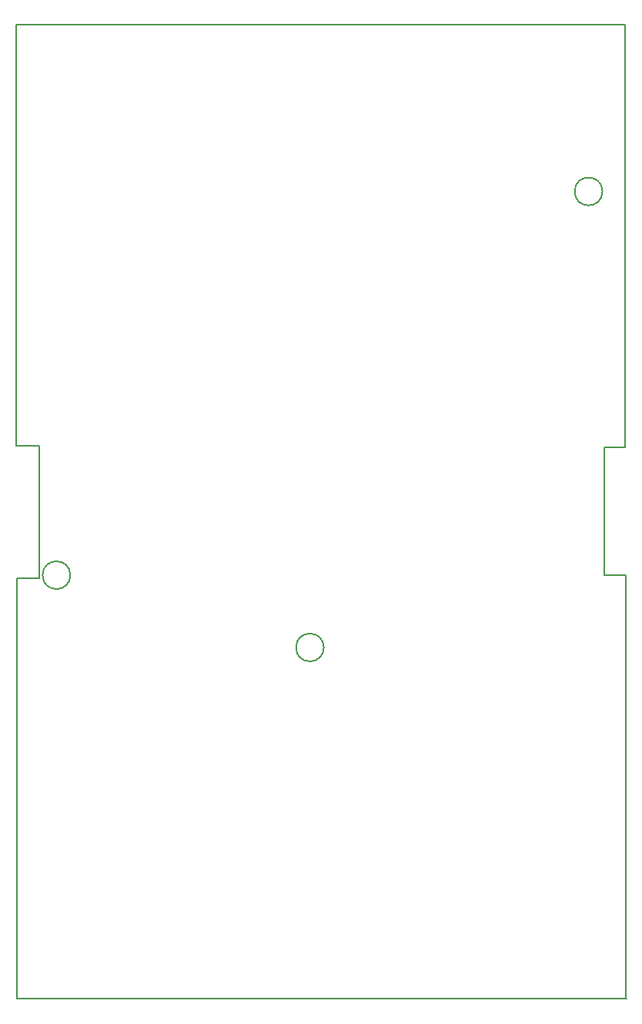
<source format=gbr>
G04 #@! TF.FileFunction,Profile,NP*
%FSLAX46Y46*%
G04 Gerber Fmt 4.6, Leading zero omitted, Abs format (unit mm)*
G04 Created by KiCad (PCBNEW 4.0.6-e0-6349~53~ubuntu16.04.1) date Tue Jul  4 14:55:03 2017*
%MOMM*%
%LPD*%
G01*
G04 APERTURE LIST*
%ADD10C,0.100000*%
%ADD11C,0.150000*%
G04 APERTURE END LIST*
D10*
D11*
X216000000Y-128250000D02*
X149000000Y-128250000D01*
X215950000Y-128250000D02*
X215950000Y-81650000D01*
X151450000Y-81950000D02*
X151450000Y-81900000D01*
X148950000Y-81950000D02*
X151450000Y-81950000D01*
X148950000Y-128250000D02*
X149000000Y-128250000D01*
X148950000Y-81950000D02*
X148950000Y-128250000D01*
X151450000Y-81800000D02*
X151450000Y-81950000D01*
X151450000Y-67450000D02*
X151450000Y-81800000D01*
X148850000Y-67450000D02*
X151450000Y-67450000D01*
X148850000Y-21150000D02*
X148850000Y-67450000D01*
X215850000Y-21150000D02*
X148850000Y-21150000D01*
X215850000Y-67550000D02*
X215850000Y-21150000D01*
X213550000Y-67550000D02*
X215850000Y-67550000D01*
X213550000Y-81650000D02*
X213550000Y-67550000D01*
X215950000Y-81650000D02*
X213550000Y-81650000D01*
X149000000Y-128250000D02*
X215950000Y-128250000D01*
X182704706Y-89600000D02*
G75*
G03X182704706Y-89600000I-1529706J0D01*
G01*
X154829706Y-81650000D02*
G75*
G03X154829706Y-81650000I-1529706J0D01*
G01*
X213354706Y-39450000D02*
G75*
G03X213354706Y-39450000I-1529706J0D01*
G01*
M02*

</source>
